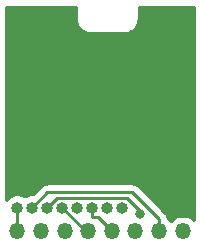
<source format=gbr>
G04 #@! TF.GenerationSoftware,KiCad,Pcbnew,(5.1.5-0-10_14)*
G04 #@! TF.CreationDate,2021-03-23T14:19:29+01:00*
G04 #@! TF.ProjectId,eByteAdapter,65427974-6541-4646-9170-7465722e6b69,rev?*
G04 #@! TF.SameCoordinates,Original*
G04 #@! TF.FileFunction,Copper,L1,Top*
G04 #@! TF.FilePolarity,Positive*
%FSLAX46Y46*%
G04 Gerber Fmt 4.6, Leading zero omitted, Abs format (unit mm)*
G04 Created by KiCad (PCBNEW (5.1.5-0-10_14)) date 2021-03-23 14:19:29*
%MOMM*%
%LPD*%
G04 APERTURE LIST*
%ADD10O,1.350000X1.350000*%
%ADD11O,1.000000X1.000000*%
%ADD12C,0.800000*%
%ADD13C,0.250000*%
%ADD14C,0.254000*%
G04 APERTURE END LIST*
D10*
X28000000Y-37000000D03*
X30000000Y-37000000D03*
X32000000Y-37000000D03*
X34000000Y-37000000D03*
X36000000Y-37000000D03*
X38000000Y-37000000D03*
X40000000Y-37000000D03*
X42000000Y-37000000D03*
D11*
X28000000Y-35000000D03*
X29270000Y-35000000D03*
X30540000Y-35000000D03*
X31810000Y-35000000D03*
X33080000Y-35000000D03*
X34350000Y-35000000D03*
X35620000Y-35000000D03*
X36890000Y-35000000D03*
D12*
X27500000Y-20000000D03*
X27500000Y-22500000D03*
X27500000Y-27500000D03*
X27500000Y-30000000D03*
X32500000Y-30000000D03*
X37500000Y-30000000D03*
X42500000Y-30000000D03*
X42500000Y-27500000D03*
X42500000Y-22500000D03*
X32500000Y-25000000D03*
X37500000Y-25000000D03*
X38413000Y-35529700D03*
D13*
X34825300Y-35825300D02*
X36000000Y-37000000D01*
X34350000Y-35000000D02*
X34350000Y-35825300D01*
X34350000Y-35825300D02*
X34825300Y-35825300D01*
X31810000Y-35000000D02*
X33810000Y-37000000D01*
X33810000Y-37000000D02*
X34000000Y-37000000D01*
X30540000Y-35000000D02*
X31369600Y-34170400D01*
X31369600Y-34170400D02*
X37265000Y-34170400D01*
X37265000Y-34170400D02*
X38413000Y-35318400D01*
X38413000Y-35318400D02*
X38413000Y-35529700D01*
X40000000Y-35999700D02*
X37720400Y-33720100D01*
X37720400Y-33720100D02*
X30549900Y-33720100D01*
X30549900Y-33720100D02*
X29270000Y-35000000D01*
X40000000Y-37000000D02*
X40000000Y-35999700D01*
X28000000Y-35000000D02*
X28000000Y-37000000D01*
D14*
G36*
X32940001Y-19032419D02*
G01*
X32942756Y-19060394D01*
X32942731Y-19064005D01*
X32943630Y-19073177D01*
X32955870Y-19189634D01*
X32967900Y-19248240D01*
X32979107Y-19306992D01*
X32981771Y-19315814D01*
X33016398Y-19427676D01*
X33039578Y-19482819D01*
X33061986Y-19538282D01*
X33066312Y-19546418D01*
X33122007Y-19649425D01*
X33155443Y-19698995D01*
X33188215Y-19749077D01*
X33194040Y-19756218D01*
X33268682Y-19846444D01*
X33311116Y-19888582D01*
X33352978Y-19931331D01*
X33360078Y-19937204D01*
X33450824Y-20011215D01*
X33500620Y-20044299D01*
X33550008Y-20078116D01*
X33558114Y-20082498D01*
X33661507Y-20137474D01*
X33716799Y-20160263D01*
X33771795Y-20183835D01*
X33780598Y-20186559D01*
X33892700Y-20220404D01*
X33951365Y-20232020D01*
X34009889Y-20244460D01*
X34019054Y-20245423D01*
X34135595Y-20256850D01*
X34135598Y-20256850D01*
X34167581Y-20260000D01*
X37032419Y-20260000D01*
X37060403Y-20257244D01*
X37064005Y-20257269D01*
X37073177Y-20256370D01*
X37189634Y-20244130D01*
X37248240Y-20232100D01*
X37306992Y-20220893D01*
X37315814Y-20218229D01*
X37427676Y-20183602D01*
X37482819Y-20160422D01*
X37538282Y-20138014D01*
X37546418Y-20133688D01*
X37649425Y-20077993D01*
X37698995Y-20044557D01*
X37749077Y-20011785D01*
X37756218Y-20005960D01*
X37846444Y-19931318D01*
X37888582Y-19888884D01*
X37931331Y-19847022D01*
X37937204Y-19839922D01*
X38011215Y-19749176D01*
X38044299Y-19699380D01*
X38078116Y-19649992D01*
X38082498Y-19641886D01*
X38137474Y-19538493D01*
X38160263Y-19483201D01*
X38183835Y-19428205D01*
X38186559Y-19419402D01*
X38220404Y-19307300D01*
X38232020Y-19248635D01*
X38244460Y-19190111D01*
X38245423Y-19180946D01*
X38256850Y-19064405D01*
X38256850Y-19064402D01*
X38260000Y-19032419D01*
X38260000Y-18060000D01*
X42940001Y-18060000D01*
X42940000Y-36087379D01*
X42835077Y-35982456D01*
X42620518Y-35839093D01*
X42382113Y-35740342D01*
X42129024Y-35690000D01*
X41870976Y-35690000D01*
X41617887Y-35740342D01*
X41379482Y-35839093D01*
X41164923Y-35982456D01*
X41000000Y-36147379D01*
X40835077Y-35982456D01*
X40756829Y-35930173D01*
X40749003Y-35850714D01*
X40705546Y-35707453D01*
X40634974Y-35575424D01*
X40540001Y-35459699D01*
X40511003Y-35435901D01*
X38284204Y-33209103D01*
X38260401Y-33180099D01*
X38144676Y-33085126D01*
X38012647Y-33014554D01*
X37869386Y-32971097D01*
X37757733Y-32960100D01*
X37757722Y-32960100D01*
X37720400Y-32956424D01*
X37683078Y-32960100D01*
X30587223Y-32960100D01*
X30549900Y-32956424D01*
X30512577Y-32960100D01*
X30512567Y-32960100D01*
X30400914Y-32971097D01*
X30257653Y-33014554D01*
X30125623Y-33085126D01*
X30041983Y-33153768D01*
X30009899Y-33180099D01*
X29986101Y-33209097D01*
X29330199Y-33865000D01*
X29158212Y-33865000D01*
X28938933Y-33908617D01*
X28732376Y-33994176D01*
X28635000Y-34059241D01*
X28537624Y-33994176D01*
X28331067Y-33908617D01*
X28111788Y-33865000D01*
X27888212Y-33865000D01*
X27668933Y-33908617D01*
X27462376Y-33994176D01*
X27276480Y-34118388D01*
X27118388Y-34276480D01*
X27060000Y-34363864D01*
X27060000Y-18060000D01*
X32940000Y-18060000D01*
X32940001Y-19032419D01*
G37*
X32940001Y-19032419D02*
X32942756Y-19060394D01*
X32942731Y-19064005D01*
X32943630Y-19073177D01*
X32955870Y-19189634D01*
X32967900Y-19248240D01*
X32979107Y-19306992D01*
X32981771Y-19315814D01*
X33016398Y-19427676D01*
X33039578Y-19482819D01*
X33061986Y-19538282D01*
X33066312Y-19546418D01*
X33122007Y-19649425D01*
X33155443Y-19698995D01*
X33188215Y-19749077D01*
X33194040Y-19756218D01*
X33268682Y-19846444D01*
X33311116Y-19888582D01*
X33352978Y-19931331D01*
X33360078Y-19937204D01*
X33450824Y-20011215D01*
X33500620Y-20044299D01*
X33550008Y-20078116D01*
X33558114Y-20082498D01*
X33661507Y-20137474D01*
X33716799Y-20160263D01*
X33771795Y-20183835D01*
X33780598Y-20186559D01*
X33892700Y-20220404D01*
X33951365Y-20232020D01*
X34009889Y-20244460D01*
X34019054Y-20245423D01*
X34135595Y-20256850D01*
X34135598Y-20256850D01*
X34167581Y-20260000D01*
X37032419Y-20260000D01*
X37060403Y-20257244D01*
X37064005Y-20257269D01*
X37073177Y-20256370D01*
X37189634Y-20244130D01*
X37248240Y-20232100D01*
X37306992Y-20220893D01*
X37315814Y-20218229D01*
X37427676Y-20183602D01*
X37482819Y-20160422D01*
X37538282Y-20138014D01*
X37546418Y-20133688D01*
X37649425Y-20077993D01*
X37698995Y-20044557D01*
X37749077Y-20011785D01*
X37756218Y-20005960D01*
X37846444Y-19931318D01*
X37888582Y-19888884D01*
X37931331Y-19847022D01*
X37937204Y-19839922D01*
X38011215Y-19749176D01*
X38044299Y-19699380D01*
X38078116Y-19649992D01*
X38082498Y-19641886D01*
X38137474Y-19538493D01*
X38160263Y-19483201D01*
X38183835Y-19428205D01*
X38186559Y-19419402D01*
X38220404Y-19307300D01*
X38232020Y-19248635D01*
X38244460Y-19190111D01*
X38245423Y-19180946D01*
X38256850Y-19064405D01*
X38256850Y-19064402D01*
X38260000Y-19032419D01*
X38260000Y-18060000D01*
X42940001Y-18060000D01*
X42940000Y-36087379D01*
X42835077Y-35982456D01*
X42620518Y-35839093D01*
X42382113Y-35740342D01*
X42129024Y-35690000D01*
X41870976Y-35690000D01*
X41617887Y-35740342D01*
X41379482Y-35839093D01*
X41164923Y-35982456D01*
X41000000Y-36147379D01*
X40835077Y-35982456D01*
X40756829Y-35930173D01*
X40749003Y-35850714D01*
X40705546Y-35707453D01*
X40634974Y-35575424D01*
X40540001Y-35459699D01*
X40511003Y-35435901D01*
X38284204Y-33209103D01*
X38260401Y-33180099D01*
X38144676Y-33085126D01*
X38012647Y-33014554D01*
X37869386Y-32971097D01*
X37757733Y-32960100D01*
X37757722Y-32960100D01*
X37720400Y-32956424D01*
X37683078Y-32960100D01*
X30587223Y-32960100D01*
X30549900Y-32956424D01*
X30512577Y-32960100D01*
X30512567Y-32960100D01*
X30400914Y-32971097D01*
X30257653Y-33014554D01*
X30125623Y-33085126D01*
X30041983Y-33153768D01*
X30009899Y-33180099D01*
X29986101Y-33209097D01*
X29330199Y-33865000D01*
X29158212Y-33865000D01*
X28938933Y-33908617D01*
X28732376Y-33994176D01*
X28635000Y-34059241D01*
X28537624Y-33994176D01*
X28331067Y-33908617D01*
X28111788Y-33865000D01*
X27888212Y-33865000D01*
X27668933Y-33908617D01*
X27462376Y-33994176D01*
X27276480Y-34118388D01*
X27118388Y-34276480D01*
X27060000Y-34363864D01*
X27060000Y-18060000D01*
X32940000Y-18060000D01*
X32940001Y-19032419D01*
G36*
X37037000Y-35017201D02*
G01*
X37037000Y-35127000D01*
X37017000Y-35127000D01*
X37017000Y-35147000D01*
X36763000Y-35147000D01*
X36763000Y-35127000D01*
X36751974Y-35127000D01*
X36755000Y-35111788D01*
X36755000Y-34930400D01*
X36950199Y-34930400D01*
X37037000Y-35017201D01*
G37*
X37037000Y-35017201D02*
X37037000Y-35127000D01*
X37017000Y-35127000D01*
X37017000Y-35147000D01*
X36763000Y-35147000D01*
X36763000Y-35127000D01*
X36751974Y-35127000D01*
X36755000Y-35111788D01*
X36755000Y-34930400D01*
X36950199Y-34930400D01*
X37037000Y-35017201D01*
M02*

</source>
